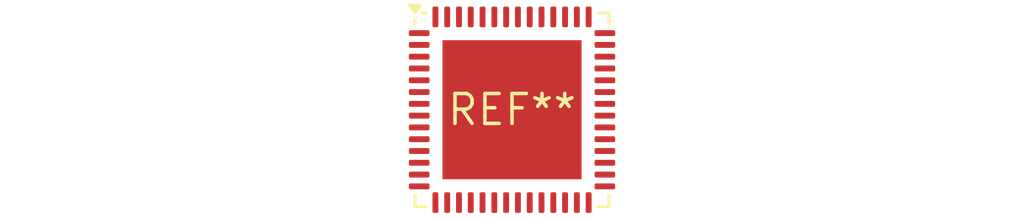
<source format=kicad_pcb>
(kicad_pcb (version 20240108) (generator pcbnew)
  (layers (0 "F.Cu" signal) (31 "B.Cu" signal) (34 "B.Paste" user) (35 "F.Paste" user) (36 "B.SilkS" user "B.Silkscreen") (37 "F.SilkS" user "F.Silkscreen") (38 "B.Mask" user) (39 "F.Mask" user) (44 "Edge.Cuts" user))
  (net 0 "")
  (footprint "QFN-56-1EP_8x8mm_P0.5mm_EP5.9x5.9mm" (layer "F.Cu") (at 0 0)
    (property "Reference" "REF**")
    (property "Value" "QFN-56-1EP_8x8mm_P0.5mm_EP5.9x5.9mm")
    (fp_line (start -4.11 -3.635) (end -4.11 -3.87) (layer "F.SilkS") (stroke (width 0.12)))
    (fp_line (start -4.11 4.11) (end -4.11 3.635) (layer "F.SilkS") (stroke (width 0.12)))
    (fp_line (start -3.635 -4.11) (end -3.81 -4.11) (layer "F.SilkS") (stroke (width 0.12)))
    (fp_line (start -3.635 4.11) (end -4.11 4.11) (layer "F.SilkS") (stroke (width 0.12)))
    (fp_line (start 3.635 -4.11) (end 4.11 -4.11) (layer "F.SilkS") (stroke (width 0.12)))
    (fp_line (start 3.635 4.11) (end 4.11 4.11) (layer "F.SilkS") (stroke (width 0.12)))
    (fp_line (start 4.11 -4.11) (end 4.11 -3.635) (layer "F.SilkS") (stroke (width 0.12)))
    (fp_line (start 4.11 4.11) (end 4.11 3.635) (layer "F.SilkS") (stroke (width 0.12)))
    (fp_poly (pts (xy -4.11 -4.11) (xy -4.35 -4.44) (xy -3.87 -4.44) (xy -4.11 -4.11)) (layer "F.SilkS") (stroke (width 0.12)) (fill solid))
    (pad "1" smd roundrect (at -3.9375 -3.25) (size 0.875 0.25) (layers "F.Cu" "F.Paste" "F.Mask"))
    (pad "2" smd roundrect (at -3.9375 -2.75) (size 0.875 0.25) (layers "F.Cu" "F.Paste" "F.Mask"))
    (pad "3" smd roundrect (at -3.9375 -2.25) (size 0.875 0.25) (layers "F.Cu" "F.Paste" "F.Mask"))
    (pad "4" smd roundrect (at -3.9375 -1.75) (size 0.875 0.25) (layers "F.Cu" "F.Paste" "F.Mask"))
    (pad "5" smd roundrect (at -3.9375 -1.25) (size 0.875 0.25) (layers "F.Cu" "F.Paste" "F.Mask"))
    (pad "6" smd roundrect (at -3.9375 -0.75) (size 0.875 0.25) (layers "F.Cu" "F.Paste" "F.Mask"))
    (pad "7" smd roundrect (at -3.9375 -0.25) (size 0.875 0.25) (layers "F.Cu" "F.Paste" "F.Mask"))
    (pad "8" smd roundrect (at -3.9375 0.25) (size 0.875 0.25) (layers "F.Cu" "F.Paste" "F.Mask"))
    (pad "9" smd roundrect (at -3.9375 0.75) (size 0.875 0.25) (layers "F.Cu" "F.Paste" "F.Mask"))
    (pad "10" smd roundrect (at -3.9375 1.25) (size 0.875 0.25) (layers "F.Cu" "F.Paste" "F.Mask"))
    (pad "11" smd roundrect (at -3.9375 1.75) (size 0.875 0.25) (layers "F.Cu" "F.Paste" "F.Mask"))
    (pad "12" smd roundrect (at -3.9375 2.25) (size 0.875 0.25) (layers "F.Cu" "F.Paste" "F.Mask"))
    (pad "13" smd roundrect (at -3.9375 2.75) (size 0.875 0.25) (layers "F.Cu" "F.Paste" "F.Mask"))
    (pad "14" smd roundrect (at -3.9375 3.25) (size 0.875 0.25) (layers "F.Cu" "F.Paste" "F.Mask"))
    (pad "15" smd roundrect (at -3.25 3.9375) (size 0.25 0.875) (layers "F.Cu" "F.Paste" "F.Mask"))
    (pad "16" smd roundrect (at -2.75 3.9375) (size 0.25 0.875) (layers "F.Cu" "F.Paste" "F.Mask"))
    (pad "17" smd roundrect (at -2.25 3.9375) (size 0.25 0.875) (layers "F.Cu" "F.Paste" "F.Mask"))
    (pad "18" smd roundrect (at -1.75 3.9375) (size 0.25 0.875) (layers "F.Cu" "F.Paste" "F.Mask"))
    (pad "19" smd roundrect (at -1.25 3.9375) (size 0.25 0.875) (layers "F.Cu" "F.Paste" "F.Mask"))
    (pad "20" smd roundrect (at -0.75 3.9375) (size 0.25 0.875) (layers "F.Cu" "F.Paste" "F.Mask"))
    (pad "21" smd roundrect (at -0.25 3.9375) (size 0.25 0.875) (layers "F.Cu" "F.Paste" "F.Mask"))
    (pad "22" smd roundrect (at 0.25 3.9375) (size 0.25 0.875) (layers "F.Cu" "F.Paste" "F.Mask"))
    (pad "23" smd roundrect (at 0.75 3.9375) (size 0.25 0.875) (layers "F.Cu" "F.Paste" "F.Mask"))
    (pad "24" smd roundrect (at 1.25 3.9375) (size 0.25 0.875) (layers "F.Cu" "F.Paste" "F.Mask"))
    (pad "25" smd roundrect (at 1.75 3.9375) (size 0.25 0.875) (layers "F.Cu" "F.Paste" "F.Mask"))
    (pad "26" smd roundrect (at 2.25 3.9375) (size 0.25 0.875) (layers "F.Cu" "F.Paste" "F.Mask"))
    (pad "27" smd roundrect (at 2.75 3.9375) (size 0.25 0.875) (layers "F.Cu" "F.Paste" "F.Mask"))
    (pad "28" smd roundrect (at 3.25 3.9375) (size 0.25 0.875) (layers "F.Cu" "F.Paste" "F.Mask"))
    (pad "29" smd roundrect (at 3.9375 3.25) (size 0.875 0.25) (layers "F.Cu" "F.Paste" "F.Mask"))
    (pad "30" smd roundrect (at 3.9375 2.75) (size 0.875 0.25) (layers "F.Cu" "F.Paste" "F.Mask"))
    (pad "31" smd roundrect (at 3.9375 2.25) (size 0.875 0.25) (layers "F.Cu" "F.Paste" "F.Mask"))
    (pad "32" smd roundrect (at 3.9375 1.75) (size 0.875 0.25) (layers "F.Cu" "F.Paste" "F.Mask"))
    (pad "33" smd roundrect (at 3.9375 1.25) (size 0.875 0.25) (layers "F.Cu" "F.Paste" "F.Mask"))
    (pad "34" smd roundrect (at 3.9375 0.75) (size 0.875 0.25) (layers "F.Cu" "F.Paste" "F.Mask"))
    (pad "35" smd roundrect (at 3.9375 0.25) (size 0.875 0.25) (layers "F.Cu" "F.Paste" "F.Mask"))
    (pad "36" smd roundrect (at 3.9375 -0.25) (size 0.875 0.25) (layers "F.Cu" "F.Paste" "F.Mask"))
    (pad "37" smd roundrect (at 3.9375 -0.75) (size 0.875 0.25) (layers "F.Cu" "F.Paste" "F.Mask"))
    (pad "38" smd roundrect (at 3.9375 -1.25) (size 0.875 0.25) (layers "F.Cu" "F.Paste" "F.Mask"))
    (pad "39" smd roundrect (at 3.9375 -1.75) (size 0.875 0.25) (layers "F.Cu" "F.Paste" "F.Mask"))
    (pad "40" smd roundrect (at 3.9375 -2.25) (size 0.875 0.25) (layers "F.Cu" "F.Paste" "F.Mask"))
    (pad "41" smd roundrect (at 3.9375 -2.75) (size 0.875 0.25) (layers "F.Cu" "F.Paste" "F.Mask"))
    (pad "42" smd roundrect (at 3.9375 -3.25) (size 0.875 0.25) (layers "F.Cu" "F.Paste" "F.Mask"))
    (pad "43" smd roundrect (at 3.25 -3.9375) (size 0.25 0.875) (layers "F.Cu" "F.Paste" "F.Mask"))
    (pad "44" smd roundrect (at 2.75 -3.9375) (size 0.25 0.875) (layers "F.Cu" "F.Paste" "F.Mask"))
    (pad "45" smd roundrect (at 2.25 -3.9375) (size 0.25 0.875) (layers "F.Cu" "F.Paste" "F.Mask"))
    (pad "46" smd roundrect (at 1.75 -3.9375) (size 0.25 0.875) (layers "F.Cu" "F.Paste" "F.Mask"))
    (pad "47" smd roundrect (at 1.25 -3.9375) (size 0.25 0.875) (layers "F.Cu" "F.Paste" "F.Mask"))
    (pad "48" smd roundrect (at 0.75 -3.9375) (size 0.25 0.875) (layers "F.Cu" "F.Paste" "F.Mask"))
    (pad "49" smd roundrect (at 0.25 -3.9375) (size 0.25 0.875) (layers "F.Cu" "F.Paste" "F.Mask"))
    (pad "50" smd roundrect (at -0.25 -3.9375) (size 0.25 0.875) (layers "F.Cu" "F.Paste" "F.Mask"))
    (pad "51" smd roundrect (at -0.75 -3.9375) (size 0.25 0.875) (layers "F.Cu" "F.Paste" "F.Mask"))
    (pad "52" smd roundrect (at -1.25 -3.9375) (size 0.25 0.875) (layers "F.Cu" "F.Paste" "F.Mask"))
    (pad "53" smd roundrect (at -1.75 -3.9375) (size 0.25 0.875) (layers "F.Cu" "F.Paste" "F.Mask"))
    (pad "54" smd roundrect (at -2.25 -3.9375) (size 0.25 0.875) (layers "F.Cu" "F.Paste" "F.Mask"))
    (pad "55" smd roundrect (at -2.75 -3.9375) (size 0.25 0.875) (layers "F.Cu" "F.Paste" "F.Mask"))
    (pad "56" smd roundrect (at -3.25 -3.9375) (size 0.25 0.875) (layers "F.Cu" "F.Paste" "F.Mask"))
    (pad "57" smd rect (at 0 0) (size 5.9 5.9) (property pad_prop_heatsink) (layers "F.Cu" "F.Mask"))
  )
)
</source>
